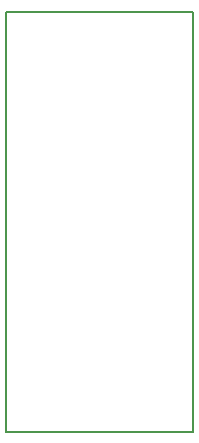
<source format=gko>
G04 #@! TF.FileFunction,Profile,NP*
%FSLAX46Y46*%
G04 Gerber Fmt 4.6, Leading zero omitted, Abs format (unit mm)*
G04 Created by KiCad (PCBNEW 4.0.7-e2-6376~58~ubuntu16.04.1) date Sat Jan 13 09:58:48 2018*
%MOMM*%
%LPD*%
G01*
G04 APERTURE LIST*
%ADD10C,0.100000*%
%ADD11C,0.150000*%
G04 APERTURE END LIST*
D10*
D11*
X152400000Y-122555000D02*
X168275000Y-122555000D01*
X152400000Y-86995000D02*
X152400000Y-122555000D01*
X168275000Y-86995000D02*
X152400000Y-86995000D01*
X168275000Y-122555000D02*
X168275000Y-86995000D01*
M02*

</source>
